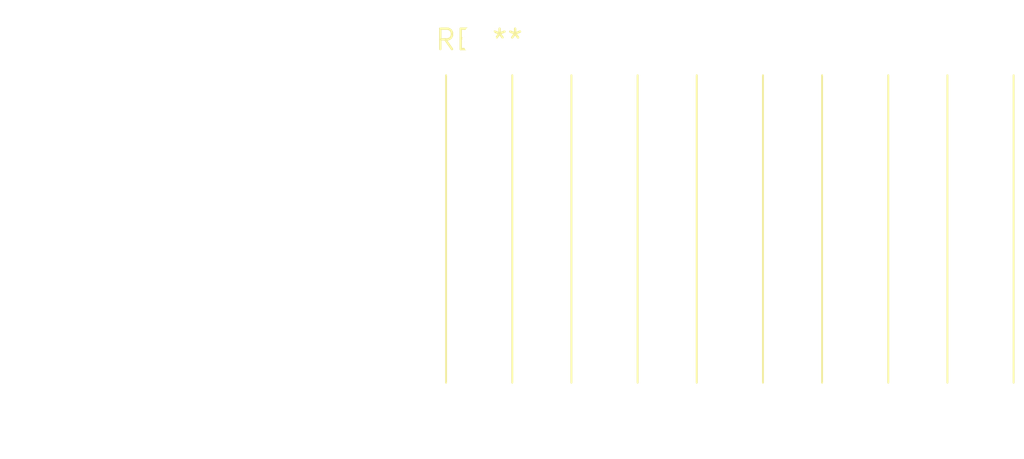
<source format=kicad_pcb>
(kicad_pcb (version 20240108) (generator pcbnew)
  (layers (0 "F.Cu" signal) (31 "B.Cu" signal) (34 "B.Paste" user) (35 "F.Paste" user) (36 "B.SilkS" user "B.Silkscreen") (37 "F.SilkS" user "F.Silkscreen") (38 "B.Mask" user) (39 "F.Mask" user) (44 "Edge.Cuts" user))
  (net 0 "")
  (footprint "SolderWire-1.5sqmm_1x05_P7.8mm_D1.7mm_OD3.9mm_Relief" (layer "F.Cu") (at 0 0)
    (property "Reference" "REF**")
    (property "Value" "SolderWire-1.5sqmm_1x05_P7.8mm_D1.7mm_OD3.9mm_Relief")
    (fp_line (start -2.06 2.21) (end -2.06 21.34) (layer "F.SilkS") (stroke (width 0.12)))
    (fp_line (start 2.06 2.21) (end 2.06 21.34) (layer "F.SilkS") (stroke (width 0.12)))
    (fp_line (start 5.74 2.21) (end 5.74 21.34) (layer "F.SilkS") (stroke (width 0.12)))
    (fp_line (start 9.86 2.21) (end 9.86 21.34) (layer "F.SilkS") (stroke (width 0.12)))
    (fp_line (start 13.54 2.21) (end 13.54 21.34) (layer "F.SilkS") (stroke (width 0.12)))
    (fp_line (start 17.66 2.21) (end 17.66 21.34) (layer "F.SilkS") (stroke (width 0.12)))
    (fp_line (start 21.34 2.21) (end 21.34 21.34) (layer "F.SilkS") (stroke (width 0.12)))
    (fp_line (start 25.46 2.21) (end 25.46 21.34) (layer "F.SilkS") (stroke (width 0.12)))
    (fp_line (start 29.14 2.21) (end 29.14 21.34) (layer "F.SilkS") (stroke (width 0.12)))
    (fp_line (start 33.26 2.21) (end 33.26 21.34) (layer "F.SilkS") (stroke (width 0.12)))
    (pad "" np_thru_hole circle (at 0 23.4) (size 4.4 4.4) (drill 4.4) (layers *.Cu *.Mask))
    (pad "" np_thru_hole circle (at 7.8 23.4) (size 4.4 4.4) (drill 4.4) (layers *.Cu *.Mask))
    (pad "" np_thru_hole circle (at 15.6 23.4) (size 4.4 4.4) (drill 4.4) (layers *.Cu *.Mask))
    (pad "" np_thru_hole circle (at 23.4 23.4) (size 4.4 4.4) (drill 4.4) (layers *.Cu *.Mask))
    (pad "" np_thru_hole circle (at 31.2 23.4) (size 4.4 4.4) (drill 4.4) (layers *.Cu *.Mask))
    (pad "1" thru_hole roundrect (at 0 0) (size 3.9 3.9) (drill 2.1) (layers *.Cu *.Mask) (remove_unused_layers) (roundrect_rratio 0.064103))
    (pad "2" thru_hole circle (at 7.8 0) (size 3.9 3.9) (drill 2.1) (layers *.Cu *.Mask) (remove_unused_layers))
    (pad "3" thru_hole circle (at 15.6 0) (size 3.9 3.9) (drill 2.1) (layers *.Cu *.Mask) (remove_unused_layers))
    (pad "4" thru_hole circle (at 23.4 0) (size 3.9 3.9) (drill 2.1) (layers *.Cu *.Mask) (remove_unused_layers))
    (pad "5" thru_hole circle (at 31.2 0) (size 3.9 3.9) (drill 2.1) (layers *.Cu *.Mask) (remove_unused_layers))
  )
)
</source>
